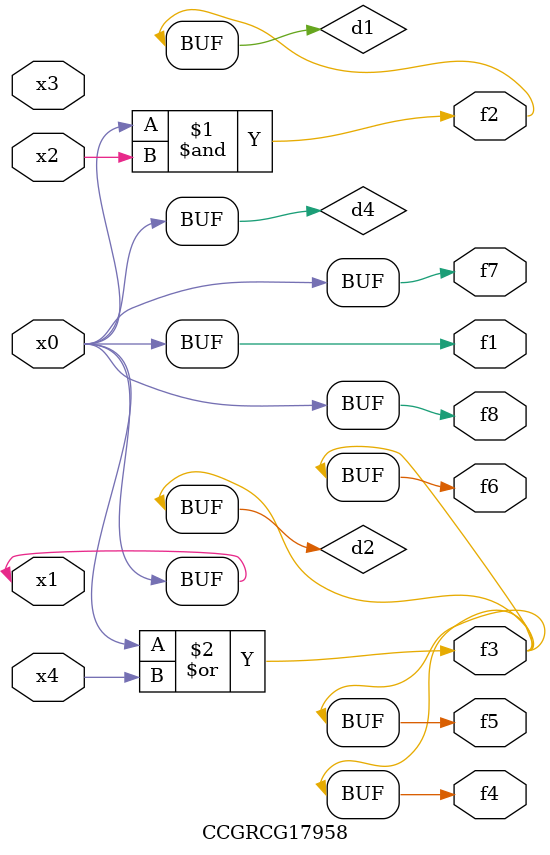
<source format=v>
module CCGRCG17958(
	input x0, x1, x2, x3, x4,
	output f1, f2, f3, f4, f5, f6, f7, f8
);

	wire d1, d2, d3, d4;

	and (d1, x0, x2);
	or (d2, x0, x4);
	nand (d3, x0, x2);
	buf (d4, x0, x1);
	assign f1 = d4;
	assign f2 = d1;
	assign f3 = d2;
	assign f4 = d2;
	assign f5 = d2;
	assign f6 = d2;
	assign f7 = d4;
	assign f8 = d4;
endmodule

</source>
